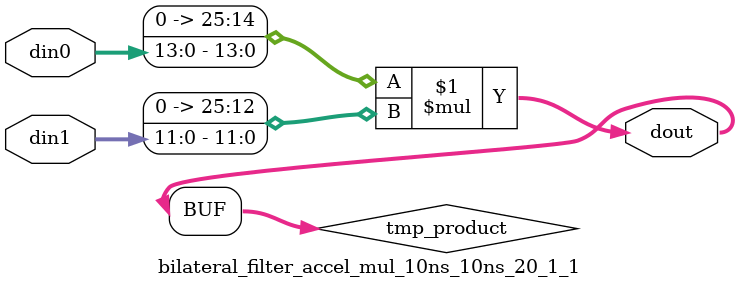
<source format=v>

`timescale 1 ns / 1 ps

  module bilateral_filter_accel_mul_10ns_10ns_20_1_1(din0, din1, dout);
parameter ID = 1;
parameter NUM_STAGE = 0;
parameter din0_WIDTH = 14;
parameter din1_WIDTH = 12;
parameter dout_WIDTH = 26;

input [din0_WIDTH - 1 : 0] din0; 
input [din1_WIDTH - 1 : 0] din1; 
output [dout_WIDTH - 1 : 0] dout;

wire signed [dout_WIDTH - 1 : 0] tmp_product;










assign tmp_product = $signed({1'b0, din0}) * $signed({1'b0, din1});











assign dout = tmp_product;







endmodule

</source>
